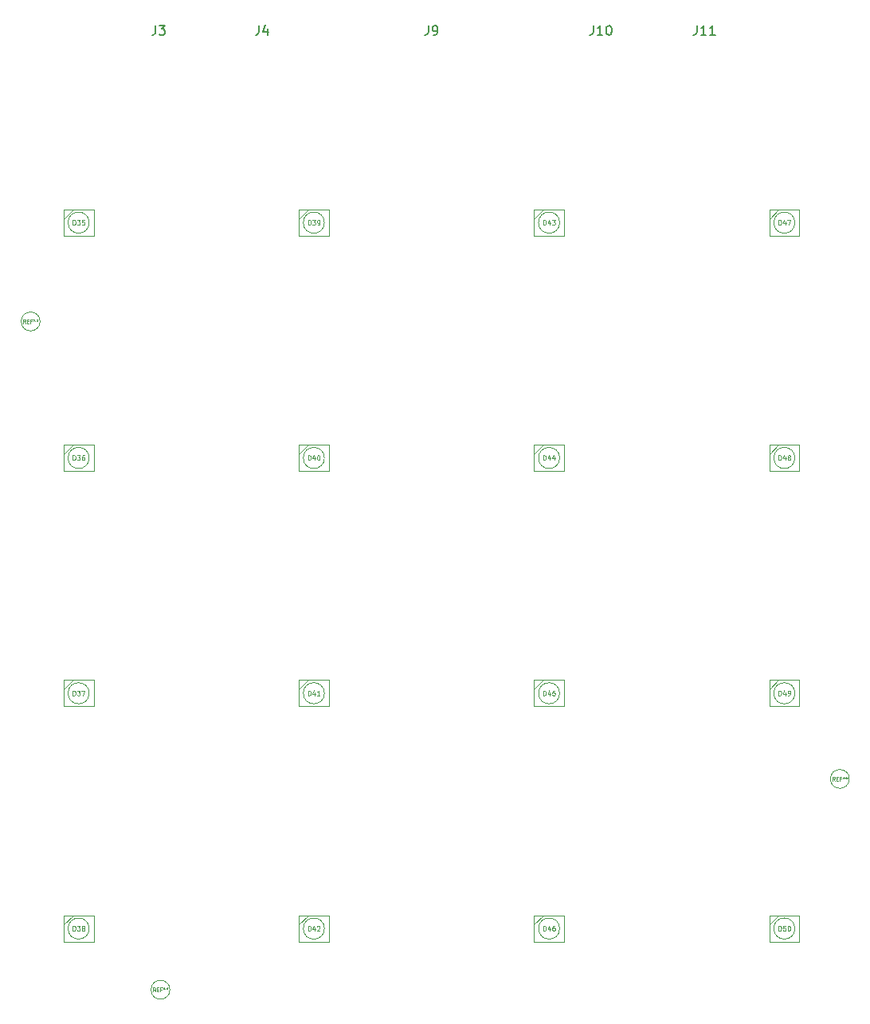
<source format=gbr>
G04 #@! TF.GenerationSoftware,KiCad,Pcbnew,(5.1.5)-3*
G04 #@! TF.CreationDate,2020-06-01T09:55:04+02:00*
G04 #@! TF.ProjectId,cz-badge-hardware,637a2d62-6164-4676-952d-686172647761,rev?*
G04 #@! TF.SameCoordinates,PX17d7840PY7735940*
G04 #@! TF.FileFunction,Other,Fab,Top*
%FSLAX46Y46*%
G04 Gerber Fmt 4.6, Leading zero omitted, Abs format (unit mm)*
G04 Created by KiCad (PCBNEW (5.1.5)-3) date 2020-06-01 09:55:04*
%MOMM*%
%LPD*%
G04 APERTURE LIST*
%ADD10C,0.100000*%
%ADD11C,0.060000*%
%ADD12C,0.150000*%
%ADD13C,0.075000*%
G04 APERTURE END LIST*
D10*
X94400000Y28400000D02*
G75*
G03X94400000Y28400000I-1000000J0D01*
G01*
X22200000Y6000000D02*
G75*
G03X22200000Y6000000I-1000000J0D01*
G01*
X8400000Y77000000D02*
G75*
G03X8400000Y77000000I-1000000J0D01*
G01*
X89100000Y13900000D02*
X85900000Y13900000D01*
X89100000Y11100000D02*
X89100000Y13900000D01*
X85900000Y11100000D02*
X89100000Y11100000D01*
X85900000Y13900000D02*
X85900000Y11100000D01*
X86900000Y13900000D02*
X85900000Y12900000D01*
X88620000Y12500000D02*
G75*
G03X88620000Y12500000I-1120000J0D01*
G01*
X89100000Y38900000D02*
X85900000Y38900000D01*
X89100000Y36100000D02*
X89100000Y38900000D01*
X85900000Y36100000D02*
X89100000Y36100000D01*
X85900000Y38900000D02*
X85900000Y36100000D01*
X86900000Y38900000D02*
X85900000Y37900000D01*
X88620000Y37500000D02*
G75*
G03X88620000Y37500000I-1120000J0D01*
G01*
X89100000Y63900000D02*
X85900000Y63900000D01*
X89100000Y61100000D02*
X89100000Y63900000D01*
X85900000Y61100000D02*
X89100000Y61100000D01*
X85900000Y63900000D02*
X85900000Y61100000D01*
X86900000Y63900000D02*
X85900000Y62900000D01*
X88620000Y62500000D02*
G75*
G03X88620000Y62500000I-1120000J0D01*
G01*
X89100000Y88900000D02*
X85900000Y88900000D01*
X89100000Y86100000D02*
X89100000Y88900000D01*
X85900000Y86100000D02*
X89100000Y86100000D01*
X85900000Y88900000D02*
X85900000Y86100000D01*
X86900000Y88900000D02*
X85900000Y87900000D01*
X88620000Y87500000D02*
G75*
G03X88620000Y87500000I-1120000J0D01*
G01*
X64100000Y13900000D02*
X60900000Y13900000D01*
X64100000Y11100000D02*
X64100000Y13900000D01*
X60900000Y11100000D02*
X64100000Y11100000D01*
X60900000Y13900000D02*
X60900000Y11100000D01*
X61900000Y13900000D02*
X60900000Y12900000D01*
X63620000Y12500000D02*
G75*
G03X63620000Y12500000I-1120000J0D01*
G01*
X64100000Y38900000D02*
X60900000Y38900000D01*
X64100000Y36100000D02*
X64100000Y38900000D01*
X60900000Y36100000D02*
X64100000Y36100000D01*
X60900000Y38900000D02*
X60900000Y36100000D01*
X61900000Y38900000D02*
X60900000Y37900000D01*
X63620000Y37500000D02*
G75*
G03X63620000Y37500000I-1120000J0D01*
G01*
X64100000Y63900000D02*
X60900000Y63900000D01*
X64100000Y61100000D02*
X64100000Y63900000D01*
X60900000Y61100000D02*
X64100000Y61100000D01*
X60900000Y63900000D02*
X60900000Y61100000D01*
X61900000Y63900000D02*
X60900000Y62900000D01*
X63620000Y62500000D02*
G75*
G03X63620000Y62500000I-1120000J0D01*
G01*
X64100000Y88900000D02*
X60900000Y88900000D01*
X64100000Y86100000D02*
X64100000Y88900000D01*
X60900000Y86100000D02*
X64100000Y86100000D01*
X60900000Y88900000D02*
X60900000Y86100000D01*
X61900000Y88900000D02*
X60900000Y87900000D01*
X63620000Y87500000D02*
G75*
G03X63620000Y87500000I-1120000J0D01*
G01*
X39100000Y13900000D02*
X35900000Y13900000D01*
X39100000Y11100000D02*
X39100000Y13900000D01*
X35900000Y11100000D02*
X39100000Y11100000D01*
X35900000Y13900000D02*
X35900000Y11100000D01*
X36900000Y13900000D02*
X35900000Y12900000D01*
X38620000Y12500000D02*
G75*
G03X38620000Y12500000I-1120000J0D01*
G01*
X39100000Y38900000D02*
X35900000Y38900000D01*
X39100000Y36100000D02*
X39100000Y38900000D01*
X35900000Y36100000D02*
X39100000Y36100000D01*
X35900000Y38900000D02*
X35900000Y36100000D01*
X36900000Y38900000D02*
X35900000Y37900000D01*
X38620000Y37500000D02*
G75*
G03X38620000Y37500000I-1120000J0D01*
G01*
X39100000Y63900000D02*
X35900000Y63900000D01*
X39100000Y61100000D02*
X39100000Y63900000D01*
X35900000Y61100000D02*
X39100000Y61100000D01*
X35900000Y63900000D02*
X35900000Y61100000D01*
X36900000Y63900000D02*
X35900000Y62900000D01*
X38620000Y62500000D02*
G75*
G03X38620000Y62500000I-1120000J0D01*
G01*
X39100000Y88900000D02*
X35900000Y88900000D01*
X39100000Y86100000D02*
X39100000Y88900000D01*
X35900000Y86100000D02*
X39100000Y86100000D01*
X35900000Y88900000D02*
X35900000Y86100000D01*
X36900000Y88900000D02*
X35900000Y87900000D01*
X38620000Y87500000D02*
G75*
G03X38620000Y87500000I-1120000J0D01*
G01*
X14100000Y13900000D02*
X10900000Y13900000D01*
X14100000Y11100000D02*
X14100000Y13900000D01*
X10900000Y11100000D02*
X14100000Y11100000D01*
X10900000Y13900000D02*
X10900000Y11100000D01*
X11900000Y13900000D02*
X10900000Y12900000D01*
X13620000Y12500000D02*
G75*
G03X13620000Y12500000I-1120000J0D01*
G01*
X14100000Y38900000D02*
X10900000Y38900000D01*
X14100000Y36100000D02*
X14100000Y38900000D01*
X10900000Y36100000D02*
X14100000Y36100000D01*
X10900000Y38900000D02*
X10900000Y36100000D01*
X11900000Y38900000D02*
X10900000Y37900000D01*
X13620000Y37500000D02*
G75*
G03X13620000Y37500000I-1120000J0D01*
G01*
X14100000Y63900000D02*
X10900000Y63900000D01*
X14100000Y61100000D02*
X14100000Y63900000D01*
X10900000Y61100000D02*
X14100000Y61100000D01*
X10900000Y63900000D02*
X10900000Y61100000D01*
X11900000Y63900000D02*
X10900000Y62900000D01*
X13620000Y62500000D02*
G75*
G03X13620000Y62500000I-1120000J0D01*
G01*
X14100000Y88900000D02*
X10900000Y88900000D01*
X14100000Y86100000D02*
X14100000Y88900000D01*
X10900000Y86100000D02*
X14100000Y86100000D01*
X10900000Y88900000D02*
X10900000Y86100000D01*
X11900000Y88900000D02*
X10900000Y87900000D01*
X13620000Y87500000D02*
G75*
G03X13620000Y87500000I-1120000J0D01*
G01*
D11*
X92866666Y28219048D02*
X92733333Y28409524D01*
X92638095Y28219048D02*
X92638095Y28619048D01*
X92790476Y28619048D01*
X92828571Y28600000D01*
X92847619Y28580953D01*
X92866666Y28542858D01*
X92866666Y28485715D01*
X92847619Y28447620D01*
X92828571Y28428572D01*
X92790476Y28409524D01*
X92638095Y28409524D01*
X93038095Y28428572D02*
X93171428Y28428572D01*
X93228571Y28219048D02*
X93038095Y28219048D01*
X93038095Y28619048D01*
X93228571Y28619048D01*
X93533333Y28428572D02*
X93400000Y28428572D01*
X93400000Y28219048D02*
X93400000Y28619048D01*
X93590476Y28619048D01*
X93800000Y28619048D02*
X93800000Y28523810D01*
X93704761Y28561905D02*
X93800000Y28523810D01*
X93895238Y28561905D01*
X93742857Y28447620D02*
X93800000Y28523810D01*
X93857142Y28447620D01*
X94104761Y28619048D02*
X94104761Y28523810D01*
X94009523Y28561905D02*
X94104761Y28523810D01*
X94200000Y28561905D01*
X94047619Y28447620D02*
X94104761Y28523810D01*
X94161904Y28447620D01*
X20666666Y5819048D02*
X20533333Y6009524D01*
X20438095Y5819048D02*
X20438095Y6219048D01*
X20590476Y6219048D01*
X20628571Y6200000D01*
X20647619Y6180953D01*
X20666666Y6142858D01*
X20666666Y6085715D01*
X20647619Y6047620D01*
X20628571Y6028572D01*
X20590476Y6009524D01*
X20438095Y6009524D01*
X20838095Y6028572D02*
X20971428Y6028572D01*
X21028571Y5819048D02*
X20838095Y5819048D01*
X20838095Y6219048D01*
X21028571Y6219048D01*
X21333333Y6028572D02*
X21200000Y6028572D01*
X21200000Y5819048D02*
X21200000Y6219048D01*
X21390476Y6219048D01*
X21600000Y6219048D02*
X21600000Y6123810D01*
X21504761Y6161905D02*
X21600000Y6123810D01*
X21695238Y6161905D01*
X21542857Y6047620D02*
X21600000Y6123810D01*
X21657142Y6047620D01*
X21904761Y6219048D02*
X21904761Y6123810D01*
X21809523Y6161905D02*
X21904761Y6123810D01*
X22000000Y6161905D01*
X21847619Y6047620D02*
X21904761Y6123810D01*
X21961904Y6047620D01*
X6866666Y76819048D02*
X6733333Y77009524D01*
X6638095Y76819048D02*
X6638095Y77219048D01*
X6790476Y77219048D01*
X6828571Y77200000D01*
X6847619Y77180953D01*
X6866666Y77142858D01*
X6866666Y77085715D01*
X6847619Y77047620D01*
X6828571Y77028572D01*
X6790476Y77009524D01*
X6638095Y77009524D01*
X7038095Y77028572D02*
X7171428Y77028572D01*
X7228571Y76819048D02*
X7038095Y76819048D01*
X7038095Y77219048D01*
X7228571Y77219048D01*
X7533333Y77028572D02*
X7400000Y77028572D01*
X7400000Y76819048D02*
X7400000Y77219048D01*
X7590476Y77219048D01*
X7800000Y77219048D02*
X7800000Y77123810D01*
X7704761Y77161905D02*
X7800000Y77123810D01*
X7895238Y77161905D01*
X7742857Y77047620D02*
X7800000Y77123810D01*
X7857142Y77047620D01*
X8104761Y77219048D02*
X8104761Y77123810D01*
X8009523Y77161905D02*
X8104761Y77123810D01*
X8200000Y77161905D01*
X8047619Y77047620D02*
X8104761Y77123810D01*
X8161904Y77047620D01*
D12*
X78190476Y108447620D02*
X78190476Y107733334D01*
X78142857Y107590477D01*
X78047619Y107495239D01*
X77904761Y107447620D01*
X77809523Y107447620D01*
X79190476Y107447620D02*
X78619047Y107447620D01*
X78904761Y107447620D02*
X78904761Y108447620D01*
X78809523Y108304762D01*
X78714285Y108209524D01*
X78619047Y108161905D01*
X80142857Y107447620D02*
X79571428Y107447620D01*
X79857142Y107447620D02*
X79857142Y108447620D01*
X79761904Y108304762D01*
X79666666Y108209524D01*
X79571428Y108161905D01*
X67190476Y108447620D02*
X67190476Y107733334D01*
X67142857Y107590477D01*
X67047619Y107495239D01*
X66904761Y107447620D01*
X66809523Y107447620D01*
X68190476Y107447620D02*
X67619047Y107447620D01*
X67904761Y107447620D02*
X67904761Y108447620D01*
X67809523Y108304762D01*
X67714285Y108209524D01*
X67619047Y108161905D01*
X68809523Y108447620D02*
X68904761Y108447620D01*
X69000000Y108400000D01*
X69047619Y108352381D01*
X69095238Y108257143D01*
X69142857Y108066667D01*
X69142857Y107828572D01*
X69095238Y107638096D01*
X69047619Y107542858D01*
X69000000Y107495239D01*
X68904761Y107447620D01*
X68809523Y107447620D01*
X68714285Y107495239D01*
X68666666Y107542858D01*
X68619047Y107638096D01*
X68571428Y107828572D01*
X68571428Y108066667D01*
X68619047Y108257143D01*
X68666666Y108352381D01*
X68714285Y108400000D01*
X68809523Y108447620D01*
X31666666Y108447620D02*
X31666666Y107733334D01*
X31619047Y107590477D01*
X31523809Y107495239D01*
X31380952Y107447620D01*
X31285714Y107447620D01*
X32571428Y108114286D02*
X32571428Y107447620D01*
X32333333Y108495239D02*
X32095238Y107780953D01*
X32714285Y107780953D01*
X20666666Y108447620D02*
X20666666Y107733334D01*
X20619047Y107590477D01*
X20523809Y107495239D01*
X20380952Y107447620D01*
X20285714Y107447620D01*
X21047619Y108447620D02*
X21666666Y108447620D01*
X21333333Y108066667D01*
X21476190Y108066667D01*
X21571428Y108019048D01*
X21619047Y107971429D01*
X21666666Y107876191D01*
X21666666Y107638096D01*
X21619047Y107542858D01*
X21571428Y107495239D01*
X21476190Y107447620D01*
X21190476Y107447620D01*
X21095238Y107495239D01*
X21047619Y107542858D01*
X49666666Y108447620D02*
X49666666Y107733334D01*
X49619047Y107590477D01*
X49523809Y107495239D01*
X49380952Y107447620D01*
X49285714Y107447620D01*
X50190476Y107447620D02*
X50380952Y107447620D01*
X50476190Y107495239D01*
X50523809Y107542858D01*
X50619047Y107685715D01*
X50666666Y107876191D01*
X50666666Y108257143D01*
X50619047Y108352381D01*
X50571428Y108400000D01*
X50476190Y108447620D01*
X50285714Y108447620D01*
X50190476Y108400000D01*
X50142857Y108352381D01*
X50095238Y108257143D01*
X50095238Y108019048D01*
X50142857Y107923810D01*
X50190476Y107876191D01*
X50285714Y107828572D01*
X50476190Y107828572D01*
X50571428Y107876191D01*
X50619047Y107923810D01*
X50666666Y108019048D01*
D13*
X86892857Y12273810D02*
X86892857Y12773810D01*
X87011904Y12773810D01*
X87083333Y12750000D01*
X87130952Y12702381D01*
X87154761Y12654762D01*
X87178571Y12559524D01*
X87178571Y12488096D01*
X87154761Y12392858D01*
X87130952Y12345239D01*
X87083333Y12297620D01*
X87011904Y12273810D01*
X86892857Y12273810D01*
X87630952Y12773810D02*
X87392857Y12773810D01*
X87369047Y12535715D01*
X87392857Y12559524D01*
X87440476Y12583334D01*
X87559523Y12583334D01*
X87607142Y12559524D01*
X87630952Y12535715D01*
X87654761Y12488096D01*
X87654761Y12369048D01*
X87630952Y12321429D01*
X87607142Y12297620D01*
X87559523Y12273810D01*
X87440476Y12273810D01*
X87392857Y12297620D01*
X87369047Y12321429D01*
X87964285Y12773810D02*
X88011904Y12773810D01*
X88059523Y12750000D01*
X88083333Y12726191D01*
X88107142Y12678572D01*
X88130952Y12583334D01*
X88130952Y12464286D01*
X88107142Y12369048D01*
X88083333Y12321429D01*
X88059523Y12297620D01*
X88011904Y12273810D01*
X87964285Y12273810D01*
X87916666Y12297620D01*
X87892857Y12321429D01*
X87869047Y12369048D01*
X87845238Y12464286D01*
X87845238Y12583334D01*
X87869047Y12678572D01*
X87892857Y12726191D01*
X87916666Y12750000D01*
X87964285Y12773810D01*
X86892857Y37273810D02*
X86892857Y37773810D01*
X87011904Y37773810D01*
X87083333Y37750000D01*
X87130952Y37702381D01*
X87154761Y37654762D01*
X87178571Y37559524D01*
X87178571Y37488096D01*
X87154761Y37392858D01*
X87130952Y37345239D01*
X87083333Y37297620D01*
X87011904Y37273810D01*
X86892857Y37273810D01*
X87607142Y37607143D02*
X87607142Y37273810D01*
X87488095Y37797620D02*
X87369047Y37440477D01*
X87678571Y37440477D01*
X87892857Y37273810D02*
X87988095Y37273810D01*
X88035714Y37297620D01*
X88059523Y37321429D01*
X88107142Y37392858D01*
X88130952Y37488096D01*
X88130952Y37678572D01*
X88107142Y37726191D01*
X88083333Y37750000D01*
X88035714Y37773810D01*
X87940476Y37773810D01*
X87892857Y37750000D01*
X87869047Y37726191D01*
X87845238Y37678572D01*
X87845238Y37559524D01*
X87869047Y37511905D01*
X87892857Y37488096D01*
X87940476Y37464286D01*
X88035714Y37464286D01*
X88083333Y37488096D01*
X88107142Y37511905D01*
X88130952Y37559524D01*
X86892857Y62273810D02*
X86892857Y62773810D01*
X87011904Y62773810D01*
X87083333Y62750000D01*
X87130952Y62702381D01*
X87154761Y62654762D01*
X87178571Y62559524D01*
X87178571Y62488096D01*
X87154761Y62392858D01*
X87130952Y62345239D01*
X87083333Y62297620D01*
X87011904Y62273810D01*
X86892857Y62273810D01*
X87607142Y62607143D02*
X87607142Y62273810D01*
X87488095Y62797620D02*
X87369047Y62440477D01*
X87678571Y62440477D01*
X87940476Y62559524D02*
X87892857Y62583334D01*
X87869047Y62607143D01*
X87845238Y62654762D01*
X87845238Y62678572D01*
X87869047Y62726191D01*
X87892857Y62750000D01*
X87940476Y62773810D01*
X88035714Y62773810D01*
X88083333Y62750000D01*
X88107142Y62726191D01*
X88130952Y62678572D01*
X88130952Y62654762D01*
X88107142Y62607143D01*
X88083333Y62583334D01*
X88035714Y62559524D01*
X87940476Y62559524D01*
X87892857Y62535715D01*
X87869047Y62511905D01*
X87845238Y62464286D01*
X87845238Y62369048D01*
X87869047Y62321429D01*
X87892857Y62297620D01*
X87940476Y62273810D01*
X88035714Y62273810D01*
X88083333Y62297620D01*
X88107142Y62321429D01*
X88130952Y62369048D01*
X88130952Y62464286D01*
X88107142Y62511905D01*
X88083333Y62535715D01*
X88035714Y62559524D01*
X86892857Y87273810D02*
X86892857Y87773810D01*
X87011904Y87773810D01*
X87083333Y87750000D01*
X87130952Y87702381D01*
X87154761Y87654762D01*
X87178571Y87559524D01*
X87178571Y87488096D01*
X87154761Y87392858D01*
X87130952Y87345239D01*
X87083333Y87297620D01*
X87011904Y87273810D01*
X86892857Y87273810D01*
X87607142Y87607143D02*
X87607142Y87273810D01*
X87488095Y87797620D02*
X87369047Y87440477D01*
X87678571Y87440477D01*
X87821428Y87773810D02*
X88154761Y87773810D01*
X87940476Y87273810D01*
X61892857Y12273810D02*
X61892857Y12773810D01*
X62011904Y12773810D01*
X62083333Y12750000D01*
X62130952Y12702381D01*
X62154761Y12654762D01*
X62178571Y12559524D01*
X62178571Y12488096D01*
X62154761Y12392858D01*
X62130952Y12345239D01*
X62083333Y12297620D01*
X62011904Y12273810D01*
X61892857Y12273810D01*
X62607142Y12607143D02*
X62607142Y12273810D01*
X62488095Y12797620D02*
X62369047Y12440477D01*
X62678571Y12440477D01*
X63083333Y12773810D02*
X62988095Y12773810D01*
X62940476Y12750000D01*
X62916666Y12726191D01*
X62869047Y12654762D01*
X62845238Y12559524D01*
X62845238Y12369048D01*
X62869047Y12321429D01*
X62892857Y12297620D01*
X62940476Y12273810D01*
X63035714Y12273810D01*
X63083333Y12297620D01*
X63107142Y12321429D01*
X63130952Y12369048D01*
X63130952Y12488096D01*
X63107142Y12535715D01*
X63083333Y12559524D01*
X63035714Y12583334D01*
X62940476Y12583334D01*
X62892857Y12559524D01*
X62869047Y12535715D01*
X62845238Y12488096D01*
X61892857Y37273810D02*
X61892857Y37773810D01*
X62011904Y37773810D01*
X62083333Y37750000D01*
X62130952Y37702381D01*
X62154761Y37654762D01*
X62178571Y37559524D01*
X62178571Y37488096D01*
X62154761Y37392858D01*
X62130952Y37345239D01*
X62083333Y37297620D01*
X62011904Y37273810D01*
X61892857Y37273810D01*
X62607142Y37607143D02*
X62607142Y37273810D01*
X62488095Y37797620D02*
X62369047Y37440477D01*
X62678571Y37440477D01*
X63107142Y37773810D02*
X62869047Y37773810D01*
X62845238Y37535715D01*
X62869047Y37559524D01*
X62916666Y37583334D01*
X63035714Y37583334D01*
X63083333Y37559524D01*
X63107142Y37535715D01*
X63130952Y37488096D01*
X63130952Y37369048D01*
X63107142Y37321429D01*
X63083333Y37297620D01*
X63035714Y37273810D01*
X62916666Y37273810D01*
X62869047Y37297620D01*
X62845238Y37321429D01*
X61892857Y62273810D02*
X61892857Y62773810D01*
X62011904Y62773810D01*
X62083333Y62750000D01*
X62130952Y62702381D01*
X62154761Y62654762D01*
X62178571Y62559524D01*
X62178571Y62488096D01*
X62154761Y62392858D01*
X62130952Y62345239D01*
X62083333Y62297620D01*
X62011904Y62273810D01*
X61892857Y62273810D01*
X62607142Y62607143D02*
X62607142Y62273810D01*
X62488095Y62797620D02*
X62369047Y62440477D01*
X62678571Y62440477D01*
X63083333Y62607143D02*
X63083333Y62273810D01*
X62964285Y62797620D02*
X62845238Y62440477D01*
X63154761Y62440477D01*
X61892857Y87273810D02*
X61892857Y87773810D01*
X62011904Y87773810D01*
X62083333Y87750000D01*
X62130952Y87702381D01*
X62154761Y87654762D01*
X62178571Y87559524D01*
X62178571Y87488096D01*
X62154761Y87392858D01*
X62130952Y87345239D01*
X62083333Y87297620D01*
X62011904Y87273810D01*
X61892857Y87273810D01*
X62607142Y87607143D02*
X62607142Y87273810D01*
X62488095Y87797620D02*
X62369047Y87440477D01*
X62678571Y87440477D01*
X62821428Y87773810D02*
X63130952Y87773810D01*
X62964285Y87583334D01*
X63035714Y87583334D01*
X63083333Y87559524D01*
X63107142Y87535715D01*
X63130952Y87488096D01*
X63130952Y87369048D01*
X63107142Y87321429D01*
X63083333Y87297620D01*
X63035714Y87273810D01*
X62892857Y87273810D01*
X62845238Y87297620D01*
X62821428Y87321429D01*
X36892857Y12273810D02*
X36892857Y12773810D01*
X37011904Y12773810D01*
X37083333Y12750000D01*
X37130952Y12702381D01*
X37154761Y12654762D01*
X37178571Y12559524D01*
X37178571Y12488096D01*
X37154761Y12392858D01*
X37130952Y12345239D01*
X37083333Y12297620D01*
X37011904Y12273810D01*
X36892857Y12273810D01*
X37607142Y12607143D02*
X37607142Y12273810D01*
X37488095Y12797620D02*
X37369047Y12440477D01*
X37678571Y12440477D01*
X37845238Y12726191D02*
X37869047Y12750000D01*
X37916666Y12773810D01*
X38035714Y12773810D01*
X38083333Y12750000D01*
X38107142Y12726191D01*
X38130952Y12678572D01*
X38130952Y12630953D01*
X38107142Y12559524D01*
X37821428Y12273810D01*
X38130952Y12273810D01*
X36892857Y37273810D02*
X36892857Y37773810D01*
X37011904Y37773810D01*
X37083333Y37750000D01*
X37130952Y37702381D01*
X37154761Y37654762D01*
X37178571Y37559524D01*
X37178571Y37488096D01*
X37154761Y37392858D01*
X37130952Y37345239D01*
X37083333Y37297620D01*
X37011904Y37273810D01*
X36892857Y37273810D01*
X37607142Y37607143D02*
X37607142Y37273810D01*
X37488095Y37797620D02*
X37369047Y37440477D01*
X37678571Y37440477D01*
X38130952Y37273810D02*
X37845238Y37273810D01*
X37988095Y37273810D02*
X37988095Y37773810D01*
X37940476Y37702381D01*
X37892857Y37654762D01*
X37845238Y37630953D01*
X36892857Y62273810D02*
X36892857Y62773810D01*
X37011904Y62773810D01*
X37083333Y62750000D01*
X37130952Y62702381D01*
X37154761Y62654762D01*
X37178571Y62559524D01*
X37178571Y62488096D01*
X37154761Y62392858D01*
X37130952Y62345239D01*
X37083333Y62297620D01*
X37011904Y62273810D01*
X36892857Y62273810D01*
X37607142Y62607143D02*
X37607142Y62273810D01*
X37488095Y62797620D02*
X37369047Y62440477D01*
X37678571Y62440477D01*
X37964285Y62773810D02*
X38011904Y62773810D01*
X38059523Y62750000D01*
X38083333Y62726191D01*
X38107142Y62678572D01*
X38130952Y62583334D01*
X38130952Y62464286D01*
X38107142Y62369048D01*
X38083333Y62321429D01*
X38059523Y62297620D01*
X38011904Y62273810D01*
X37964285Y62273810D01*
X37916666Y62297620D01*
X37892857Y62321429D01*
X37869047Y62369048D01*
X37845238Y62464286D01*
X37845238Y62583334D01*
X37869047Y62678572D01*
X37892857Y62726191D01*
X37916666Y62750000D01*
X37964285Y62773810D01*
X36892857Y87273810D02*
X36892857Y87773810D01*
X37011904Y87773810D01*
X37083333Y87750000D01*
X37130952Y87702381D01*
X37154761Y87654762D01*
X37178571Y87559524D01*
X37178571Y87488096D01*
X37154761Y87392858D01*
X37130952Y87345239D01*
X37083333Y87297620D01*
X37011904Y87273810D01*
X36892857Y87273810D01*
X37345238Y87773810D02*
X37654761Y87773810D01*
X37488095Y87583334D01*
X37559523Y87583334D01*
X37607142Y87559524D01*
X37630952Y87535715D01*
X37654761Y87488096D01*
X37654761Y87369048D01*
X37630952Y87321429D01*
X37607142Y87297620D01*
X37559523Y87273810D01*
X37416666Y87273810D01*
X37369047Y87297620D01*
X37345238Y87321429D01*
X37892857Y87273810D02*
X37988095Y87273810D01*
X38035714Y87297620D01*
X38059523Y87321429D01*
X38107142Y87392858D01*
X38130952Y87488096D01*
X38130952Y87678572D01*
X38107142Y87726191D01*
X38083333Y87750000D01*
X38035714Y87773810D01*
X37940476Y87773810D01*
X37892857Y87750000D01*
X37869047Y87726191D01*
X37845238Y87678572D01*
X37845238Y87559524D01*
X37869047Y87511905D01*
X37892857Y87488096D01*
X37940476Y87464286D01*
X38035714Y87464286D01*
X38083333Y87488096D01*
X38107142Y87511905D01*
X38130952Y87559524D01*
X11892857Y12273810D02*
X11892857Y12773810D01*
X12011904Y12773810D01*
X12083333Y12750000D01*
X12130952Y12702381D01*
X12154761Y12654762D01*
X12178571Y12559524D01*
X12178571Y12488096D01*
X12154761Y12392858D01*
X12130952Y12345239D01*
X12083333Y12297620D01*
X12011904Y12273810D01*
X11892857Y12273810D01*
X12345238Y12773810D02*
X12654761Y12773810D01*
X12488095Y12583334D01*
X12559523Y12583334D01*
X12607142Y12559524D01*
X12630952Y12535715D01*
X12654761Y12488096D01*
X12654761Y12369048D01*
X12630952Y12321429D01*
X12607142Y12297620D01*
X12559523Y12273810D01*
X12416666Y12273810D01*
X12369047Y12297620D01*
X12345238Y12321429D01*
X12940476Y12559524D02*
X12892857Y12583334D01*
X12869047Y12607143D01*
X12845238Y12654762D01*
X12845238Y12678572D01*
X12869047Y12726191D01*
X12892857Y12750000D01*
X12940476Y12773810D01*
X13035714Y12773810D01*
X13083333Y12750000D01*
X13107142Y12726191D01*
X13130952Y12678572D01*
X13130952Y12654762D01*
X13107142Y12607143D01*
X13083333Y12583334D01*
X13035714Y12559524D01*
X12940476Y12559524D01*
X12892857Y12535715D01*
X12869047Y12511905D01*
X12845238Y12464286D01*
X12845238Y12369048D01*
X12869047Y12321429D01*
X12892857Y12297620D01*
X12940476Y12273810D01*
X13035714Y12273810D01*
X13083333Y12297620D01*
X13107142Y12321429D01*
X13130952Y12369048D01*
X13130952Y12464286D01*
X13107142Y12511905D01*
X13083333Y12535715D01*
X13035714Y12559524D01*
X11892857Y37273810D02*
X11892857Y37773810D01*
X12011904Y37773810D01*
X12083333Y37750000D01*
X12130952Y37702381D01*
X12154761Y37654762D01*
X12178571Y37559524D01*
X12178571Y37488096D01*
X12154761Y37392858D01*
X12130952Y37345239D01*
X12083333Y37297620D01*
X12011904Y37273810D01*
X11892857Y37273810D01*
X12345238Y37773810D02*
X12654761Y37773810D01*
X12488095Y37583334D01*
X12559523Y37583334D01*
X12607142Y37559524D01*
X12630952Y37535715D01*
X12654761Y37488096D01*
X12654761Y37369048D01*
X12630952Y37321429D01*
X12607142Y37297620D01*
X12559523Y37273810D01*
X12416666Y37273810D01*
X12369047Y37297620D01*
X12345238Y37321429D01*
X12821428Y37773810D02*
X13154761Y37773810D01*
X12940476Y37273810D01*
X11892857Y62273810D02*
X11892857Y62773810D01*
X12011904Y62773810D01*
X12083333Y62750000D01*
X12130952Y62702381D01*
X12154761Y62654762D01*
X12178571Y62559524D01*
X12178571Y62488096D01*
X12154761Y62392858D01*
X12130952Y62345239D01*
X12083333Y62297620D01*
X12011904Y62273810D01*
X11892857Y62273810D01*
X12345238Y62773810D02*
X12654761Y62773810D01*
X12488095Y62583334D01*
X12559523Y62583334D01*
X12607142Y62559524D01*
X12630952Y62535715D01*
X12654761Y62488096D01*
X12654761Y62369048D01*
X12630952Y62321429D01*
X12607142Y62297620D01*
X12559523Y62273810D01*
X12416666Y62273810D01*
X12369047Y62297620D01*
X12345238Y62321429D01*
X13083333Y62773810D02*
X12988095Y62773810D01*
X12940476Y62750000D01*
X12916666Y62726191D01*
X12869047Y62654762D01*
X12845238Y62559524D01*
X12845238Y62369048D01*
X12869047Y62321429D01*
X12892857Y62297620D01*
X12940476Y62273810D01*
X13035714Y62273810D01*
X13083333Y62297620D01*
X13107142Y62321429D01*
X13130952Y62369048D01*
X13130952Y62488096D01*
X13107142Y62535715D01*
X13083333Y62559524D01*
X13035714Y62583334D01*
X12940476Y62583334D01*
X12892857Y62559524D01*
X12869047Y62535715D01*
X12845238Y62488096D01*
X11892857Y87273810D02*
X11892857Y87773810D01*
X12011904Y87773810D01*
X12083333Y87750000D01*
X12130952Y87702381D01*
X12154761Y87654762D01*
X12178571Y87559524D01*
X12178571Y87488096D01*
X12154761Y87392858D01*
X12130952Y87345239D01*
X12083333Y87297620D01*
X12011904Y87273810D01*
X11892857Y87273810D01*
X12345238Y87773810D02*
X12654761Y87773810D01*
X12488095Y87583334D01*
X12559523Y87583334D01*
X12607142Y87559524D01*
X12630952Y87535715D01*
X12654761Y87488096D01*
X12654761Y87369048D01*
X12630952Y87321429D01*
X12607142Y87297620D01*
X12559523Y87273810D01*
X12416666Y87273810D01*
X12369047Y87297620D01*
X12345238Y87321429D01*
X13107142Y87773810D02*
X12869047Y87773810D01*
X12845238Y87535715D01*
X12869047Y87559524D01*
X12916666Y87583334D01*
X13035714Y87583334D01*
X13083333Y87559524D01*
X13107142Y87535715D01*
X13130952Y87488096D01*
X13130952Y87369048D01*
X13107142Y87321429D01*
X13083333Y87297620D01*
X13035714Y87273810D01*
X12916666Y87273810D01*
X12869047Y87297620D01*
X12845238Y87321429D01*
M02*

</source>
